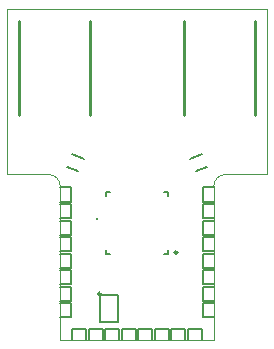
<source format=gto>
G04*
G04 #@! TF.GenerationSoftware,Altium Limited,Altium NEXUS,5.8.2 (18)*
G04*
G04 Layer_Color=65535*
%FSLAX25Y25*%
%MOIN*%
G70*
G04*
G04 #@! TF.SameCoordinates,96A2D957-15C9-49F1-B6A3-93ECAB74F1FA*
G04*
G04*
G04 #@! TF.FilePolarity,Positive*
G04*
G01*
G75*
%ADD10C,0.00984*%
%ADD11C,0.00591*%
%ADD12C,0.00787*%
%ADD13C,0.01000*%
%ADD14C,0.00394*%
G36*
X-12992Y39961D02*
X-13527D01*
Y40495D01*
X-12992D01*
Y39961D01*
D02*
G37*
D10*
X13484Y29134D02*
G03*
X13484Y29134I-492J0D01*
G01*
X-12110Y15259D02*
G03*
X-12110Y15259I-394J0D01*
G01*
D11*
X8957Y49409D02*
X10433D01*
Y47933D02*
Y49409D01*
X-10433D02*
X-8957D01*
X-10433Y47933D02*
Y49409D01*
Y28543D02*
Y30020D01*
Y28543D02*
X-8957D01*
X8957D02*
X10433D01*
Y30020D01*
X22091Y18504D02*
X25591D01*
X22091Y23228D02*
X25591D01*
X22091Y18504D02*
Y23228D01*
Y24016D02*
X25591D01*
X22091Y28740D02*
X25591D01*
X22091Y24016D02*
Y28740D01*
Y29528D02*
X25591D01*
X22091Y34252D02*
X25591D01*
X22091Y29528D02*
Y34252D01*
Y35039D02*
X25591D01*
X22091Y39764D02*
X25591D01*
X22091Y35039D02*
Y39764D01*
Y40551D02*
X25591D01*
X22091Y45276D02*
X25591D01*
X22091Y40551D02*
Y45276D01*
Y46063D02*
X25591D01*
X22091Y50787D02*
X25591D01*
X22091Y46063D02*
Y50787D01*
Y12992D02*
Y17717D01*
X25591D01*
X22091Y12992D02*
X25591D01*
X22091Y12205D02*
X25591D01*
X22091Y7480D02*
X25591D01*
X22091D02*
Y12205D01*
X-21654Y3500D02*
X-16929D01*
X-21654Y0D02*
Y3500D01*
X-16929Y0D02*
Y3500D01*
X-16142Y0D02*
Y3500D01*
X-11417Y0D02*
Y3500D01*
X-16142D02*
X-11417D01*
X16929D02*
X21654D01*
Y0D02*
Y3500D01*
X16929Y0D02*
Y3500D01*
X11417D02*
X16142D01*
Y0D02*
Y3500D01*
X11417Y0D02*
Y3500D01*
X5906D02*
X10630D01*
Y0D02*
Y3500D01*
X5906Y0D02*
Y3500D01*
X394D02*
X5118D01*
Y0D02*
Y3500D01*
X394Y0D02*
Y3500D01*
X-5118D02*
X-394D01*
Y0D02*
Y3500D01*
X-5118Y0D02*
Y3500D01*
X-10630D02*
X-5906D01*
Y0D02*
Y3500D01*
X-10630Y0D02*
Y3500D01*
X-25591Y39764D02*
X-22091D01*
X-25591Y35039D02*
X-22091D01*
Y39764D01*
X-25591Y34252D02*
X-22091D01*
X-25591Y29528D02*
X-22091D01*
Y34252D01*
X-25591Y28740D02*
X-22091D01*
X-25591Y24016D02*
X-22091D01*
Y28740D01*
X-25591Y23228D02*
X-22091D01*
X-25591Y18504D02*
X-22091D01*
Y23228D01*
X-25591Y17717D02*
X-22091D01*
X-25591Y12992D02*
X-22091D01*
Y17717D01*
X-25591Y12205D02*
X-22091D01*
X-25591Y7480D02*
X-22091D01*
Y12205D01*
Y40551D02*
Y45276D01*
X-25591Y40551D02*
X-22091D01*
X-25591Y45276D02*
X-22091D01*
X-25591Y46063D02*
X-22091D01*
X-25591Y50787D02*
X-22091D01*
Y46063D02*
Y50787D01*
D12*
X-12496Y15047D02*
X-6212D01*
Y6023D02*
Y15047D01*
X-12496Y6023D02*
X-6212D01*
X-12496D02*
Y15047D01*
X19521Y56160D02*
X23393Y57746D01*
X17786Y60396D02*
X21657Y61982D01*
X-21659Y61982D02*
X-17787Y60396D01*
X-23394Y57746D02*
X-19523Y56160D01*
D13*
X15748Y74803D02*
Y106299D01*
X39370Y74803D02*
Y106299D01*
X-39370Y74803D02*
Y106299D01*
X-15748Y74803D02*
Y106299D01*
D14*
X-25591Y51181D02*
G03*
X-29528Y55118I-3937J0D01*
G01*
X29528D02*
G03*
X25591Y51181I0J-3937D01*
G01*
X6281Y110236D02*
X13171D01*
X-6383D02*
X-872D01*
X-43307Y55118D02*
Y110236D01*
Y55118D02*
X-29528D01*
X-43307Y110236D02*
X43307D01*
Y55118D02*
Y110236D01*
X29528Y55118D02*
X43307D01*
X-25591Y0D02*
Y51181D01*
Y0D02*
X25591D01*
Y51181D01*
M02*

</source>
